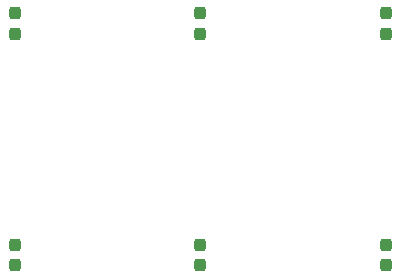
<source format=gbr>
%TF.GenerationSoftware,KiCad,Pcbnew,8.0.6*%
%TF.CreationDate,2025-05-23T10:29:42+02:00*%
%TF.ProjectId,AmplifOptoacopladorEnclosure,416d706c-6966-44f7-9074-6f61636f706c,rev?*%
%TF.SameCoordinates,Original*%
%TF.FileFunction,Paste,Bot*%
%TF.FilePolarity,Positive*%
%FSLAX46Y46*%
G04 Gerber Fmt 4.6, Leading zero omitted, Abs format (unit mm)*
G04 Created by KiCad (PCBNEW 8.0.6) date 2025-05-23 10:29:42*
%MOMM*%
%LPD*%
G01*
G04 APERTURE LIST*
G04 Aperture macros list*
%AMRoundRect*
0 Rectangle with rounded corners*
0 $1 Rounding radius*
0 $2 $3 $4 $5 $6 $7 $8 $9 X,Y pos of 4 corners*
0 Add a 4 corners polygon primitive as box body*
4,1,4,$2,$3,$4,$5,$6,$7,$8,$9,$2,$3,0*
0 Add four circle primitives for the rounded corners*
1,1,$1+$1,$2,$3*
1,1,$1+$1,$4,$5*
1,1,$1+$1,$6,$7*
1,1,$1+$1,$8,$9*
0 Add four rect primitives between the rounded corners*
20,1,$1+$1,$2,$3,$4,$5,0*
20,1,$1+$1,$4,$5,$6,$7,0*
20,1,$1+$1,$6,$7,$8,$9,0*
20,1,$1+$1,$8,$9,$2,$3,0*%
G04 Aperture macros list end*
%ADD10RoundRect,0.237500X-0.237500X0.287500X-0.237500X-0.287500X0.237500X-0.287500X0.237500X0.287500X0*%
G04 APERTURE END LIST*
D10*
%TO.C,C4*%
X195765000Y-69715000D03*
X195765000Y-71465000D03*
%TD*%
%TO.C,C1*%
X180085000Y-50110000D03*
X180085000Y-51860000D03*
%TD*%
%TO.C,C5*%
X211465000Y-50110000D03*
X211465000Y-51860000D03*
%TD*%
%TO.C,C3*%
X195765000Y-50110000D03*
X195765000Y-51860000D03*
%TD*%
%TO.C,C6*%
X211465000Y-69715000D03*
X211465000Y-71465000D03*
%TD*%
%TO.C,C2*%
X180085000Y-69715000D03*
X180085000Y-71465000D03*
%TD*%
M02*

</source>
